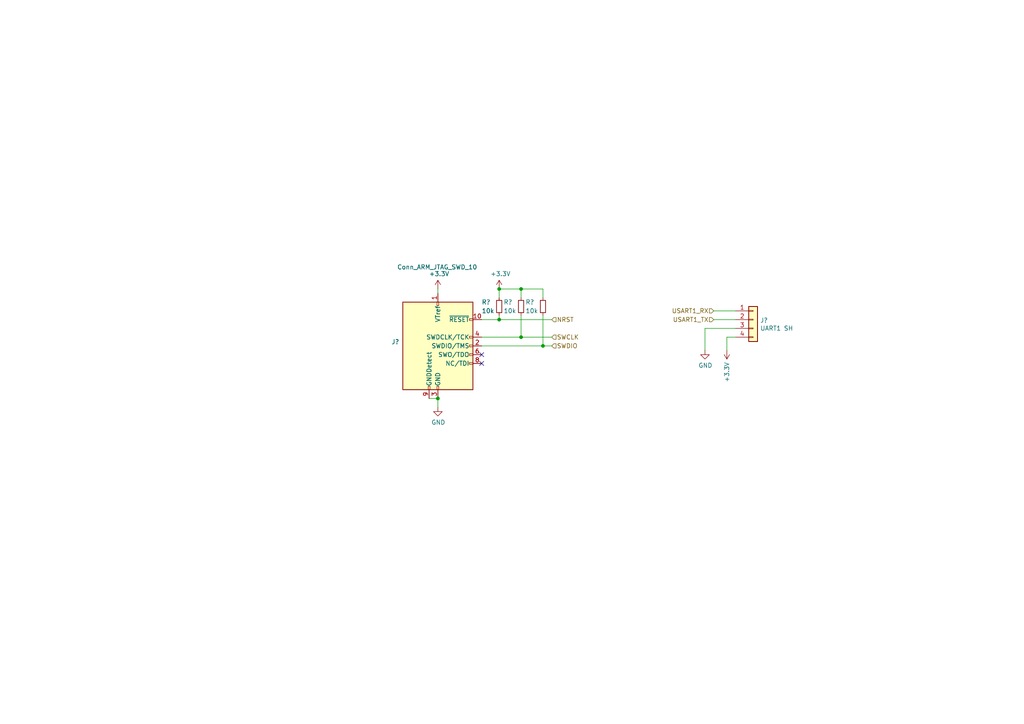
<source format=kicad_sch>
(kicad_sch (version 20211123) (generator eeschema)
  (paper "A4")
  (lib_symbols
    (symbol "Connector:Conn_ARM_JTAG_SWD_10" (pin_names (offset 1.016))
      (property "Reference" "J" (at -2.54 16.51 0))
      (property "Value" "Conn_ARM_JTAG_SWD_10" (at -2.54 13.97 0))
      (symbol "Conn_ARM_JTAG_SWD_10_0_1"
        (rectangle (start -10.16 12.7) (end 10.16 -12.7) (stroke (width 0.254)) (fill (type background)))
        (rectangle (start -2.794 -12.7) (end -2.286 -11.684))
        (rectangle (start -0.254 -12.7) (end 0.254 -11.684))
        (rectangle (start -0.254 12.7) (end 0.254 11.684))
        (rectangle (start 9.144 2.286) (end 10.16 2.794))
        (rectangle (start 10.16 -2.794) (end 9.144 -2.286))
        (rectangle (start 10.16 -0.254) (end 9.144 0.254))
        (rectangle (start 10.16 7.874) (end 9.144 7.366))
      )
      (symbol "Conn_ARM_JTAG_SWD_10_1_1"
        (rectangle (start 9.144 -5.334) (end 10.16 -4.826))
        (pin power_in line (at 0 15.24 270) (length 2.54) (name "VTref") (number "1"))
        (pin open_collector line (at 12.7 7.62 180) (length 2.54) (name "~{RESET}") (number "10"))
        (pin bidirectional line (at 12.7 0 180) (length 2.54) (name "SWDIO/TMS") (number "2"))
        (pin power_in line (at 0 -15.24 90) (length 2.54) (name "GND") (number "3"))
        (pin output line (at 12.7 2.54 180) (length 2.54) (name "SWDCLK/TCK") (number "4"))
        (pin passive line (at 0 -15.24 90) (length 2.54) hide (name "GND") (number "5"))
        (pin input line (at 12.7 -2.54 180) (length 2.54) (name "SWO/TDO") (number "6"))
        (pin no_connect line (at -10.16 0 0) (length 2.54) hide (name "KEY") (number "7"))
        (pin output line (at 12.7 -5.08 180) (length 2.54) (name "NC/TDI") (number "8"))
        (pin passive line (at -2.54 -15.24 90) (length 2.54) (name "GNDDetect") (number "9"))
      )
    )
    (symbol "Connector_Generic:Conn_01x04" (pin_names (offset 1.016) hide)
      (property "Reference" "J" (at 0 5.08 0))
      (property "Value" "Conn_01x04" (at 0 -7.62 0))
      (symbol "Conn_01x04_1_1"
        (rectangle (start -1.27 -4.953) (end 0 -5.207) (stroke (width 0.1524)))
        (rectangle (start -1.27 -2.413) (end 0 -2.667) (stroke (width 0.1524)))
        (rectangle (start -1.27 0.127) (end 0 -0.127) (stroke (width 0.1524)))
        (rectangle (start -1.27 2.667) (end 0 2.413) (stroke (width 0.1524)))
        (rectangle (start -1.27 3.81) (end 1.27 -6.35) (stroke (width 0.254)) (fill (type background)))
        (pin passive line (at -5.08 2.54 0) (length 3.81) (name "Pin_1") (number "1"))
        (pin passive line (at -5.08 0 0) (length 3.81) (name "Pin_2") (number "2"))
        (pin passive line (at -5.08 -2.54 0) (length 3.81) (name "Pin_3") (number "3"))
        (pin passive line (at -5.08 -5.08 0) (length 3.81) (name "Pin_4") (number "4"))
      )
    )
    (symbol "Device:R_Small" (pin_numbers hide) (pin_names (offset 0.254) hide)
      (property "Reference" "R" (at 0.762 0.508 0))
      (property "Value" "R_Small" (at 0.762 -1.016 0))
      (symbol "R_Small_0_1"
        (rectangle (start -0.762 1.778) (end 0.762 -1.778) (stroke (width 0.2032)))
      )
      (symbol "R_Small_1_1"
        (pin passive line (at 0 2.54 270) (length 0.762) (name "~") (number "1"))
        (pin passive line (at 0 -2.54 90) (length 0.762) (name "~") (number "2"))
      )
    )
    (symbol "power:+3.3V" (power) (pin_names (offset 0))
      (property "Value" "+3.3V" (at 0 3.556 0))
      (symbol "+3.3V_0_1"
        (polyline (pts (xy -0.762 1.27) (xy 0 2.54)))
        (polyline (pts (xy 0 0) (xy 0 2.54)))
        (polyline (pts (xy 0 2.54) (xy 0.762 1.27)))
      )
      (symbol "+3.3V_1_1"
        (pin power_in line (at 0 0 90) (length 0) hide (name "+3.3V") (number "1"))
      )
    )
    (symbol "power:GND" (power) (pin_names (offset 0))
      (property "Value" "GND" (at 0 -3.81 0))
      (symbol "GND_0_1"
        (polyline (pts (xy 0 0) (xy 0 -1.27) (xy 1.27 -1.27) (xy 0 -2.54) (xy -1.27 -1.27) (xy 0 -1.27)))
      )
      (symbol "GND_1_1"
        (pin power_in line (at 0 0 270) (length 0) hide (name "GND") (number "1"))
      )
    )
  )
  (junction (at 151.13 97.79))
  (junction (at 157.48 100.33))
  (junction (at 127 115.57))
  (junction (at 144.78 83.82))
  (junction (at 144.78 92.71))
  (junction (at 151.13 83.82))
  (no_connect (at 139.7 105.41))
  (no_connect (at 139.7 102.87))
  (wire (pts (xy 144.78 83.82) (xy 144.78 86.36)))
  (wire (pts (xy 139.7 100.33) (xy 157.48 100.33)))
  (wire (pts (xy 151.13 86.36) (xy 151.13 83.82)))
  (wire (pts (xy 151.13 83.82) (xy 144.78 83.82)))
  (wire (pts (xy 157.48 91.44) (xy 157.48 100.33)))
  (wire (pts (xy 127 118.11) (xy 127 115.57)))
  (wire (pts (xy 213.36 95.25) (xy 204.47 95.25)))
  (wire (pts (xy 213.36 90.17) (xy 207.01 90.17)))
  (wire (pts (xy 127 115.57) (xy 124.46 115.57)))
  (wire (pts (xy 213.36 92.71) (xy 207.01 92.71)))
  (wire (pts (xy 139.7 97.79) (xy 151.13 97.79)))
  (wire (pts (xy 157.48 83.82) (xy 151.13 83.82)))
  (wire (pts (xy 213.36 97.79) (xy 210.82 97.79)))
  (wire (pts (xy 144.78 91.44) (xy 144.78 92.71)))
  (wire (pts (xy 139.7 92.71) (xy 144.78 92.71)))
  (wire (pts (xy 144.78 92.71) (xy 160.02 92.71)))
  (wire (pts (xy 157.48 100.33) (xy 160.02 100.33)))
  (wire (pts (xy 151.13 91.44) (xy 151.13 97.79)))
  (wire (pts (xy 151.13 97.79) (xy 160.02 97.79)))
  (wire (pts (xy 210.82 97.79) (xy 210.82 101.6)))
  (wire (pts (xy 157.48 86.36) (xy 157.48 83.82)))
  (wire (pts (xy 127 83.82) (xy 127 85.09)))
  (wire (pts (xy 204.47 95.25) (xy 204.47 101.6)))
  (hierarchical_label "USART1_RX" (shape input) (at 207.01 90.17 180))
  (hierarchical_label "SWCLK" (shape input) (at 160.02 97.79 0))
  (hierarchical_label "SWDIO" (shape input) (at 160.02 100.33 0))
  (hierarchical_label "NRST" (shape input) (at 160.02 92.71 0))
  (hierarchical_label "USART1_TX" (shape input) (at 207.01 92.71 180))
  (symbol (lib_id "Connector_Generic:Conn_01x04") (at 218.44 92.71 0) (unit 1)
    (property "Reference" "J?" (at 220.472 92.9132 0) (effects (justify left)))
    (property "Value" "UART1 SH" (at 220.472 95.2246 0) (effects (justify left)))
    (property "Footprint" "Connector_PinHeader_2.54mm:PinHeader_1x04_P2.54mm_Vertical" (effects hide))
  )
  (symbol (lib_id "power:+3.3V") (at 210.82 101.6 180) (unit 1)
    (property "Reference" "#PWR?" (effects hide))
    (property "Value" "+3.3V" (at 210.82 107.95 90))
  )
  (symbol (lib_id "Device:R_Small") (at 151.13 88.9 0) (unit 1)
    (property "Reference" "R?" (at 146.05 87.63 0) (effects (justify left)))
    (property "Value" "10k" (at 146.05 90.17 0) (effects (justify left)))
    (property "Footprint" "Resistor_SMD:R_0201_0603Metric" (effects hide))
  )
  (symbol (lib_id "Connector:Conn_ARM_JTAG_SWD_10") (at 127 100.33 0) (unit 1)
    (property "Reference" "J?" (at 115.824 99.1616 0) (effects (justify right)))
    (property "Value" "Conn_ARM_JTAG_SWD_10" (at 138.43 77.47 0) (effects (justify right)))
    (property "Footprint" "Connector_PinHeader_2.54mm:PinHeader_2x05_P2.54mm_Vertical" (effects hide))
    (property "Datasheet" "http://infocenter.arm.com/help/topic/com.arm.doc.faqs/attached/13634/cortex_debug_connectors.pdf" (effects hide))
  )
  (symbol (lib_id "power:GND") (at 204.47 101.6 0) (unit 1)
    (property "Reference" "#PWR?" (effects hide))
    (property "Value" "GND" (at 204.597 105.9942 0))
  )
  (symbol (lib_id "power:+3.3V") (at 127 83.82 0) (unit 1)
    (property "Reference" "#PWR?" (effects hide))
    (property "Value" "+3.3V" (at 127.381 79.4258 0))
  )
  (symbol (lib_id "Device:R_Small") (at 144.78 88.9 0) (unit 1)
    (property "Reference" "R?" (at 139.7 87.63 0) (effects (justify left)))
    (property "Value" "10k" (at 139.7 90.17 0) (effects (justify left)))
    (property "Footprint" "Resistor_SMD:R_0201_0603Metric" (effects hide))
  )
  (symbol (lib_id "power:+3.3V") (at 144.78 83.82 0) (unit 1)
    (property "Reference" "#PWR?" (effects hide))
    (property "Value" "+3.3V" (at 145.161 79.4258 0))
  )
  (symbol (lib_id "power:GND") (at 127 118.11 0) (unit 1)
    (property "Reference" "#PWR?" (effects hide))
    (property "Value" "GND" (at 127.127 122.5042 0))
  )
  (symbol (lib_id "Device:R_Small") (at 157.48 88.9 0) (unit 1)
    (property "Reference" "R?" (at 152.4 87.63 0) (effects (justify left)))
    (property "Value" "10k" (at 152.4 90.17 0) (effects (justify left)))
    (property "Footprint" "Resistor_SMD:R_0201_0603Metric" (effects hide))
  )
)
</source>
